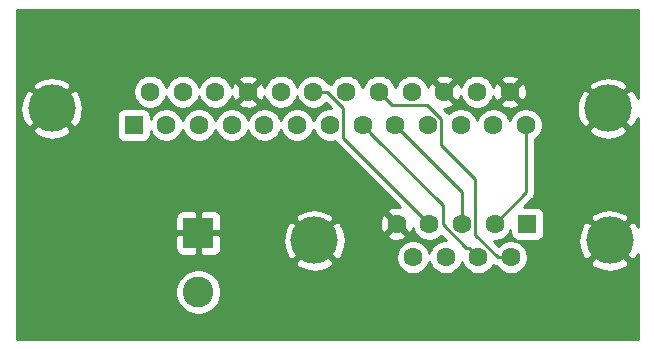
<source format=gbr>
G04 #@! TF.GenerationSoftware,KiCad,Pcbnew,5.1.5-52549c5~84~ubuntu18.04.1*
G04 #@! TF.CreationDate,2020-02-12T19:06:33-05:00*
G04 #@! TF.ProjectId,a3la_db25_to_db9,61336c61-5f64-4623-9235-5f746f5f6462,1*
G04 #@! TF.SameCoordinates,Original*
G04 #@! TF.FileFunction,Copper,L2,Bot*
G04 #@! TF.FilePolarity,Positive*
%FSLAX46Y46*%
G04 Gerber Fmt 4.6, Leading zero omitted, Abs format (unit mm)*
G04 Created by KiCad (PCBNEW 5.1.5-52549c5~84~ubuntu18.04.1) date 2020-02-12 19:06:33*
%MOMM*%
%LPD*%
G04 APERTURE LIST*
%ADD10R,2.600000X2.600000*%
%ADD11C,2.600000*%
%ADD12R,1.600000X1.600000*%
%ADD13C,1.600000*%
%ADD14C,4.000000*%
%ADD15C,0.250000*%
%ADD16C,0.254000*%
G04 APERTURE END LIST*
D10*
X122428000Y-87630000D03*
D11*
X122428000Y-92630000D03*
D12*
X150293988Y-86846526D03*
D13*
X147523988Y-86846526D03*
X144753988Y-86846526D03*
X141983988Y-86846526D03*
X139213988Y-86846526D03*
X148908988Y-89686526D03*
X146138988Y-89686526D03*
X143368988Y-89686526D03*
X140598988Y-89686526D03*
D14*
X132253988Y-88266526D03*
X157253988Y-88266526D03*
D12*
X116945322Y-78496860D03*
D13*
X119715322Y-78496860D03*
X122485322Y-78496860D03*
X125255322Y-78496860D03*
X128025322Y-78496860D03*
X130795322Y-78496860D03*
X133565322Y-78496860D03*
X136335322Y-78496860D03*
X139105322Y-78496860D03*
X141875322Y-78496860D03*
X144645322Y-78496860D03*
X147415322Y-78496860D03*
X150185322Y-78496860D03*
X118330322Y-75656860D03*
X121100322Y-75656860D03*
X123870322Y-75656860D03*
X126640322Y-75656860D03*
X129410322Y-75656860D03*
X132180322Y-75656860D03*
X134950322Y-75656860D03*
X137720322Y-75656860D03*
X140490322Y-75656860D03*
X143260322Y-75656860D03*
X146030322Y-75656860D03*
X148800322Y-75656860D03*
D14*
X157115322Y-77076860D03*
X110015322Y-77076860D03*
D15*
X150185322Y-84185192D02*
X147523988Y-86846526D01*
X150185322Y-78496860D02*
X150185322Y-84185192D01*
X144753988Y-84145526D02*
X139105322Y-78496860D01*
X144753988Y-86846526D02*
X144753988Y-84145526D01*
X133311692Y-75656860D02*
X132180322Y-75656860D01*
X134690323Y-77035491D02*
X133311692Y-75656860D01*
X141983988Y-86846526D02*
X134690323Y-79552861D01*
X134690323Y-79552861D02*
X134690323Y-77035491D01*
X138845323Y-76781861D02*
X138520321Y-76456859D01*
X141825325Y-76781861D02*
X138845323Y-76781861D01*
X143000323Y-77956859D02*
X141825325Y-76781861D01*
X145878989Y-83085527D02*
X143000323Y-80206861D01*
X138520321Y-76456859D02*
X137720322Y-75656860D01*
X143000323Y-80206861D02*
X143000323Y-77956859D01*
X145878989Y-87787897D02*
X145878989Y-83085527D01*
X147777618Y-89686526D02*
X145878989Y-87787897D01*
X148908988Y-89686526D02*
X147777618Y-89686526D01*
X143108989Y-85270527D02*
X137135321Y-79296859D01*
X137135321Y-79296859D02*
X136335322Y-78496860D01*
X143108989Y-86866529D02*
X143108989Y-85270527D01*
X145128987Y-88886527D02*
X143108989Y-86866529D01*
X145338989Y-88886527D02*
X145128987Y-88886527D01*
X146138988Y-89686526D02*
X145338989Y-88886527D01*
D16*
G36*
X159614000Y-76238569D02*
G01*
X159552601Y-76042334D01*
X159329580Y-75625088D01*
X158962821Y-75408966D01*
X157294927Y-77076860D01*
X158962821Y-78744754D01*
X159329580Y-78528632D01*
X159570260Y-78068755D01*
X159614000Y-77919904D01*
X159614001Y-87087444D01*
X159468246Y-86814754D01*
X159101487Y-86598632D01*
X157433593Y-88266526D01*
X159101487Y-89934420D01*
X159468246Y-89718298D01*
X159614001Y-89439799D01*
X159614001Y-96622000D01*
X107086000Y-96622000D01*
X107086000Y-92439419D01*
X120493000Y-92439419D01*
X120493000Y-92820581D01*
X120567361Y-93194419D01*
X120713225Y-93546566D01*
X120924987Y-93863491D01*
X121194509Y-94133013D01*
X121511434Y-94344775D01*
X121863581Y-94490639D01*
X122237419Y-94565000D01*
X122618581Y-94565000D01*
X122992419Y-94490639D01*
X123344566Y-94344775D01*
X123661491Y-94133013D01*
X123931013Y-93863491D01*
X124142775Y-93546566D01*
X124288639Y-93194419D01*
X124363000Y-92820581D01*
X124363000Y-92439419D01*
X124288639Y-92065581D01*
X124142775Y-91713434D01*
X123931013Y-91396509D01*
X123661491Y-91126987D01*
X123344566Y-90915225D01*
X122992419Y-90769361D01*
X122618581Y-90695000D01*
X122237419Y-90695000D01*
X121863581Y-90769361D01*
X121511434Y-90915225D01*
X121194509Y-91126987D01*
X120924987Y-91396509D01*
X120713225Y-91713434D01*
X120567361Y-92065581D01*
X120493000Y-92439419D01*
X107086000Y-92439419D01*
X107086000Y-90114025D01*
X130586094Y-90114025D01*
X130802216Y-90480784D01*
X131262093Y-90721464D01*
X131760086Y-90867801D01*
X132277059Y-90914174D01*
X132793147Y-90858799D01*
X133288514Y-90703805D01*
X133705760Y-90480784D01*
X133921882Y-90114025D01*
X132253988Y-88446131D01*
X130586094Y-90114025D01*
X107086000Y-90114025D01*
X107086000Y-88930000D01*
X120489928Y-88930000D01*
X120502188Y-89054482D01*
X120538498Y-89174180D01*
X120597463Y-89284494D01*
X120676815Y-89381185D01*
X120773506Y-89460537D01*
X120883820Y-89519502D01*
X121003518Y-89555812D01*
X121128000Y-89568072D01*
X122142250Y-89565000D01*
X122301000Y-89406250D01*
X122301000Y-87757000D01*
X122555000Y-87757000D01*
X122555000Y-89406250D01*
X122713750Y-89565000D01*
X123728000Y-89568072D01*
X123852482Y-89555812D01*
X123972180Y-89519502D01*
X124082494Y-89460537D01*
X124179185Y-89381185D01*
X124258537Y-89284494D01*
X124317502Y-89174180D01*
X124353812Y-89054482D01*
X124366072Y-88930000D01*
X124364133Y-88289597D01*
X129606340Y-88289597D01*
X129661715Y-88805685D01*
X129816709Y-89301052D01*
X130039730Y-89718298D01*
X130406489Y-89934420D01*
X132074383Y-88266526D01*
X132433593Y-88266526D01*
X134101487Y-89934420D01*
X134468246Y-89718298D01*
X134708926Y-89258421D01*
X134855263Y-88760428D01*
X134901636Y-88243455D01*
X134858264Y-87839228D01*
X138400891Y-87839228D01*
X138472474Y-88083197D01*
X138727984Y-88204097D01*
X139002172Y-88272826D01*
X139284500Y-88286743D01*
X139564118Y-88245313D01*
X139830280Y-88150129D01*
X139955502Y-88083197D01*
X140027085Y-87839228D01*
X139213988Y-87026131D01*
X138400891Y-87839228D01*
X134858264Y-87839228D01*
X134846261Y-87727367D01*
X134691267Y-87232000D01*
X134522918Y-86917038D01*
X137773771Y-86917038D01*
X137815201Y-87196656D01*
X137910385Y-87462818D01*
X137977317Y-87588040D01*
X138221286Y-87659623D01*
X139034383Y-86846526D01*
X138221286Y-86033429D01*
X137977317Y-86105012D01*
X137856417Y-86360522D01*
X137787688Y-86634710D01*
X137773771Y-86917038D01*
X134522918Y-86917038D01*
X134468246Y-86814754D01*
X134101487Y-86598632D01*
X132433593Y-88266526D01*
X132074383Y-88266526D01*
X130406489Y-86598632D01*
X130039730Y-86814754D01*
X129799050Y-87274631D01*
X129652713Y-87772624D01*
X129606340Y-88289597D01*
X124364133Y-88289597D01*
X124363000Y-87915750D01*
X124204250Y-87757000D01*
X122555000Y-87757000D01*
X122301000Y-87757000D01*
X120651750Y-87757000D01*
X120493000Y-87915750D01*
X120489928Y-88930000D01*
X107086000Y-88930000D01*
X107086000Y-86330000D01*
X120489928Y-86330000D01*
X120493000Y-87344250D01*
X120651750Y-87503000D01*
X122301000Y-87503000D01*
X122301000Y-85853750D01*
X122555000Y-85853750D01*
X122555000Y-87503000D01*
X124204250Y-87503000D01*
X124363000Y-87344250D01*
X124365802Y-86419027D01*
X130586094Y-86419027D01*
X132253988Y-88086921D01*
X133921882Y-86419027D01*
X133705760Y-86052268D01*
X133245883Y-85811588D01*
X132747890Y-85665251D01*
X132230917Y-85618878D01*
X131714829Y-85674253D01*
X131219462Y-85829247D01*
X130802216Y-86052268D01*
X130586094Y-86419027D01*
X124365802Y-86419027D01*
X124366072Y-86330000D01*
X124353812Y-86205518D01*
X124317502Y-86085820D01*
X124258537Y-85975506D01*
X124179185Y-85878815D01*
X124082494Y-85799463D01*
X123972180Y-85740498D01*
X123852482Y-85704188D01*
X123728000Y-85691928D01*
X122713750Y-85695000D01*
X122555000Y-85853750D01*
X122301000Y-85853750D01*
X122142250Y-85695000D01*
X121128000Y-85691928D01*
X121003518Y-85704188D01*
X120883820Y-85740498D01*
X120773506Y-85799463D01*
X120676815Y-85878815D01*
X120597463Y-85975506D01*
X120538498Y-86085820D01*
X120502188Y-86205518D01*
X120489928Y-86330000D01*
X107086000Y-86330000D01*
X107086000Y-78924359D01*
X108347428Y-78924359D01*
X108563550Y-79291118D01*
X109023427Y-79531798D01*
X109521420Y-79678135D01*
X110038393Y-79724508D01*
X110554481Y-79669133D01*
X111049848Y-79514139D01*
X111467094Y-79291118D01*
X111683216Y-78924359D01*
X110015322Y-77256465D01*
X108347428Y-78924359D01*
X107086000Y-78924359D01*
X107086000Y-77099931D01*
X107367674Y-77099931D01*
X107423049Y-77616019D01*
X107578043Y-78111386D01*
X107801064Y-78528632D01*
X108167823Y-78744754D01*
X109835717Y-77076860D01*
X110194927Y-77076860D01*
X111862821Y-78744754D01*
X112229580Y-78528632D01*
X112470260Y-78068755D01*
X112579542Y-77696860D01*
X115507250Y-77696860D01*
X115507250Y-79296860D01*
X115519510Y-79421342D01*
X115555820Y-79541040D01*
X115614785Y-79651354D01*
X115694137Y-79748045D01*
X115790828Y-79827397D01*
X115901142Y-79886362D01*
X116020840Y-79922672D01*
X116145322Y-79934932D01*
X117745322Y-79934932D01*
X117869804Y-79922672D01*
X117989502Y-79886362D01*
X118099816Y-79827397D01*
X118196507Y-79748045D01*
X118275859Y-79651354D01*
X118334824Y-79541040D01*
X118371134Y-79421342D01*
X118383394Y-79296860D01*
X118383394Y-79031135D01*
X118443642Y-79176587D01*
X118600685Y-79411619D01*
X118800563Y-79611497D01*
X119035595Y-79768540D01*
X119296748Y-79876713D01*
X119573987Y-79931860D01*
X119856657Y-79931860D01*
X120133896Y-79876713D01*
X120395049Y-79768540D01*
X120630081Y-79611497D01*
X120829959Y-79411619D01*
X120987002Y-79176587D01*
X121095175Y-78915434D01*
X121100322Y-78889559D01*
X121105469Y-78915434D01*
X121213642Y-79176587D01*
X121370685Y-79411619D01*
X121570563Y-79611497D01*
X121805595Y-79768540D01*
X122066748Y-79876713D01*
X122343987Y-79931860D01*
X122626657Y-79931860D01*
X122903896Y-79876713D01*
X123165049Y-79768540D01*
X123400081Y-79611497D01*
X123599959Y-79411619D01*
X123757002Y-79176587D01*
X123865175Y-78915434D01*
X123870322Y-78889559D01*
X123875469Y-78915434D01*
X123983642Y-79176587D01*
X124140685Y-79411619D01*
X124340563Y-79611497D01*
X124575595Y-79768540D01*
X124836748Y-79876713D01*
X125113987Y-79931860D01*
X125396657Y-79931860D01*
X125673896Y-79876713D01*
X125935049Y-79768540D01*
X126170081Y-79611497D01*
X126369959Y-79411619D01*
X126527002Y-79176587D01*
X126635175Y-78915434D01*
X126640322Y-78889559D01*
X126645469Y-78915434D01*
X126753642Y-79176587D01*
X126910685Y-79411619D01*
X127110563Y-79611497D01*
X127345595Y-79768540D01*
X127606748Y-79876713D01*
X127883987Y-79931860D01*
X128166657Y-79931860D01*
X128443896Y-79876713D01*
X128705049Y-79768540D01*
X128940081Y-79611497D01*
X129139959Y-79411619D01*
X129297002Y-79176587D01*
X129405175Y-78915434D01*
X129410322Y-78889559D01*
X129415469Y-78915434D01*
X129523642Y-79176587D01*
X129680685Y-79411619D01*
X129880563Y-79611497D01*
X130115595Y-79768540D01*
X130376748Y-79876713D01*
X130653987Y-79931860D01*
X130936657Y-79931860D01*
X131213896Y-79876713D01*
X131475049Y-79768540D01*
X131710081Y-79611497D01*
X131909959Y-79411619D01*
X132067002Y-79176587D01*
X132175175Y-78915434D01*
X132180322Y-78889559D01*
X132185469Y-78915434D01*
X132293642Y-79176587D01*
X132450685Y-79411619D01*
X132650563Y-79611497D01*
X132885595Y-79768540D01*
X133146748Y-79876713D01*
X133423987Y-79931860D01*
X133706657Y-79931860D01*
X133983896Y-79876713D01*
X133998449Y-79870685D01*
X134055349Y-79977137D01*
X134095194Y-80025687D01*
X134150322Y-80092862D01*
X134179326Y-80116665D01*
X139501981Y-85439321D01*
X139425804Y-85420226D01*
X139143476Y-85406309D01*
X138863858Y-85447739D01*
X138597696Y-85542923D01*
X138472474Y-85609855D01*
X138400891Y-85853824D01*
X139213988Y-86666921D01*
X139228131Y-86652779D01*
X139407736Y-86832384D01*
X139393593Y-86846526D01*
X140206690Y-87659623D01*
X140450659Y-87588040D01*
X140571559Y-87332530D01*
X140597200Y-87230237D01*
X140604135Y-87265100D01*
X140712308Y-87526253D01*
X140869351Y-87761285D01*
X141069229Y-87961163D01*
X141304261Y-88118206D01*
X141565414Y-88226379D01*
X141842653Y-88281526D01*
X142125323Y-88281526D01*
X142402562Y-88226379D01*
X142663715Y-88118206D01*
X142898747Y-87961163D01*
X143013784Y-87846126D01*
X143419185Y-88251526D01*
X143227653Y-88251526D01*
X142950414Y-88306673D01*
X142689261Y-88414846D01*
X142454229Y-88571889D01*
X142254351Y-88771767D01*
X142097308Y-89006799D01*
X141989135Y-89267952D01*
X141983988Y-89293827D01*
X141978841Y-89267952D01*
X141870668Y-89006799D01*
X141713625Y-88771767D01*
X141513747Y-88571889D01*
X141278715Y-88414846D01*
X141017562Y-88306673D01*
X140740323Y-88251526D01*
X140457653Y-88251526D01*
X140180414Y-88306673D01*
X139919261Y-88414846D01*
X139684229Y-88571889D01*
X139484351Y-88771767D01*
X139327308Y-89006799D01*
X139219135Y-89267952D01*
X139163988Y-89545191D01*
X139163988Y-89827861D01*
X139219135Y-90105100D01*
X139327308Y-90366253D01*
X139484351Y-90601285D01*
X139684229Y-90801163D01*
X139919261Y-90958206D01*
X140180414Y-91066379D01*
X140457653Y-91121526D01*
X140740323Y-91121526D01*
X141017562Y-91066379D01*
X141278715Y-90958206D01*
X141513747Y-90801163D01*
X141713625Y-90601285D01*
X141870668Y-90366253D01*
X141978841Y-90105100D01*
X141983988Y-90079225D01*
X141989135Y-90105100D01*
X142097308Y-90366253D01*
X142254351Y-90601285D01*
X142454229Y-90801163D01*
X142689261Y-90958206D01*
X142950414Y-91066379D01*
X143227653Y-91121526D01*
X143510323Y-91121526D01*
X143787562Y-91066379D01*
X144048715Y-90958206D01*
X144283747Y-90801163D01*
X144483625Y-90601285D01*
X144640668Y-90366253D01*
X144748841Y-90105100D01*
X144753988Y-90079225D01*
X144759135Y-90105100D01*
X144867308Y-90366253D01*
X145024351Y-90601285D01*
X145224229Y-90801163D01*
X145459261Y-90958206D01*
X145720414Y-91066379D01*
X145997653Y-91121526D01*
X146280323Y-91121526D01*
X146557562Y-91066379D01*
X146818715Y-90958206D01*
X147053747Y-90801163D01*
X147253625Y-90601285D01*
X147410668Y-90366253D01*
X147415453Y-90354700D01*
X147485369Y-90392071D01*
X147485371Y-90392072D01*
X147628632Y-90435529D01*
X147687469Y-90441324D01*
X147794351Y-90601285D01*
X147994229Y-90801163D01*
X148229261Y-90958206D01*
X148490414Y-91066379D01*
X148767653Y-91121526D01*
X149050323Y-91121526D01*
X149327562Y-91066379D01*
X149588715Y-90958206D01*
X149823747Y-90801163D01*
X150023625Y-90601285D01*
X150180668Y-90366253D01*
X150285144Y-90114025D01*
X155586094Y-90114025D01*
X155802216Y-90480784D01*
X156262093Y-90721464D01*
X156760086Y-90867801D01*
X157277059Y-90914174D01*
X157793147Y-90858799D01*
X158288514Y-90703805D01*
X158705760Y-90480784D01*
X158921882Y-90114025D01*
X157253988Y-88446131D01*
X155586094Y-90114025D01*
X150285144Y-90114025D01*
X150288841Y-90105100D01*
X150343988Y-89827861D01*
X150343988Y-89545191D01*
X150288841Y-89267952D01*
X150180668Y-89006799D01*
X150023625Y-88771767D01*
X149823747Y-88571889D01*
X149588715Y-88414846D01*
X149327562Y-88306673D01*
X149241717Y-88289597D01*
X154606340Y-88289597D01*
X154661715Y-88805685D01*
X154816709Y-89301052D01*
X155039730Y-89718298D01*
X155406489Y-89934420D01*
X157074383Y-88266526D01*
X155406489Y-86598632D01*
X155039730Y-86814754D01*
X154799050Y-87274631D01*
X154652713Y-87772624D01*
X154606340Y-88289597D01*
X149241717Y-88289597D01*
X149050323Y-88251526D01*
X148767653Y-88251526D01*
X148490414Y-88306673D01*
X148229261Y-88414846D01*
X147994229Y-88571889D01*
X147866006Y-88700112D01*
X147447420Y-88281526D01*
X147665323Y-88281526D01*
X147942562Y-88226379D01*
X148203715Y-88118206D01*
X148438747Y-87961163D01*
X148638625Y-87761285D01*
X148795668Y-87526253D01*
X148855916Y-87380801D01*
X148855916Y-87646526D01*
X148868176Y-87771008D01*
X148904486Y-87890706D01*
X148963451Y-88001020D01*
X149042803Y-88097711D01*
X149139494Y-88177063D01*
X149249808Y-88236028D01*
X149369506Y-88272338D01*
X149493988Y-88284598D01*
X151093988Y-88284598D01*
X151218470Y-88272338D01*
X151338168Y-88236028D01*
X151448482Y-88177063D01*
X151545173Y-88097711D01*
X151624525Y-88001020D01*
X151683490Y-87890706D01*
X151719800Y-87771008D01*
X151732060Y-87646526D01*
X151732060Y-86419027D01*
X155586094Y-86419027D01*
X157253988Y-88086921D01*
X158921882Y-86419027D01*
X158705760Y-86052268D01*
X158245883Y-85811588D01*
X157747890Y-85665251D01*
X157230917Y-85618878D01*
X156714829Y-85674253D01*
X156219462Y-85829247D01*
X155802216Y-86052268D01*
X155586094Y-86419027D01*
X151732060Y-86419027D01*
X151732060Y-86046526D01*
X151719800Y-85922044D01*
X151683490Y-85802346D01*
X151624525Y-85692032D01*
X151545173Y-85595341D01*
X151448482Y-85515989D01*
X151338168Y-85457024D01*
X151218470Y-85420714D01*
X151093988Y-85408454D01*
X150036862Y-85408454D01*
X150696325Y-84748991D01*
X150725323Y-84725193D01*
X150820296Y-84609468D01*
X150890868Y-84477439D01*
X150934325Y-84334178D01*
X150945322Y-84222525D01*
X150945322Y-84222517D01*
X150948998Y-84185192D01*
X150945322Y-84147867D01*
X150945322Y-79714903D01*
X151100081Y-79611497D01*
X151299959Y-79411619D01*
X151457002Y-79176587D01*
X151561478Y-78924359D01*
X155447428Y-78924359D01*
X155663550Y-79291118D01*
X156123427Y-79531798D01*
X156621420Y-79678135D01*
X157138393Y-79724508D01*
X157654481Y-79669133D01*
X158149848Y-79514139D01*
X158567094Y-79291118D01*
X158783216Y-78924359D01*
X157115322Y-77256465D01*
X155447428Y-78924359D01*
X151561478Y-78924359D01*
X151565175Y-78915434D01*
X151620322Y-78638195D01*
X151620322Y-78355525D01*
X151565175Y-78078286D01*
X151457002Y-77817133D01*
X151299959Y-77582101D01*
X151100081Y-77382223D01*
X150865049Y-77225180D01*
X150603896Y-77117007D01*
X150518051Y-77099931D01*
X154467674Y-77099931D01*
X154523049Y-77616019D01*
X154678043Y-78111386D01*
X154901064Y-78528632D01*
X155267823Y-78744754D01*
X156935717Y-77076860D01*
X155267823Y-75408966D01*
X154901064Y-75625088D01*
X154660384Y-76084965D01*
X154514047Y-76582958D01*
X154467674Y-77099931D01*
X150518051Y-77099931D01*
X150326657Y-77061860D01*
X150043987Y-77061860D01*
X149766748Y-77117007D01*
X149505595Y-77225180D01*
X149270563Y-77382223D01*
X149070685Y-77582101D01*
X148913642Y-77817133D01*
X148805469Y-78078286D01*
X148800322Y-78104161D01*
X148795175Y-78078286D01*
X148687002Y-77817133D01*
X148529959Y-77582101D01*
X148330081Y-77382223D01*
X148095049Y-77225180D01*
X147833896Y-77117007D01*
X147556657Y-77061860D01*
X147273987Y-77061860D01*
X146996748Y-77117007D01*
X146735595Y-77225180D01*
X146500563Y-77382223D01*
X146300685Y-77582101D01*
X146143642Y-77817133D01*
X146035469Y-78078286D01*
X146030322Y-78104161D01*
X146025175Y-78078286D01*
X145917002Y-77817133D01*
X145759959Y-77582101D01*
X145560081Y-77382223D01*
X145325049Y-77225180D01*
X145063896Y-77117007D01*
X144786657Y-77061860D01*
X144503987Y-77061860D01*
X144226748Y-77117007D01*
X143965595Y-77225180D01*
X143730563Y-77382223D01*
X143610463Y-77502323D01*
X143564122Y-77445856D01*
X143540324Y-77416858D01*
X143511326Y-77393060D01*
X143209355Y-77091089D01*
X143330834Y-77097077D01*
X143610452Y-77055647D01*
X143876614Y-76960463D01*
X144001836Y-76893531D01*
X144073419Y-76649562D01*
X143260322Y-75836465D01*
X143246180Y-75850608D01*
X143066575Y-75671003D01*
X143080717Y-75656860D01*
X143439927Y-75656860D01*
X144253024Y-76469957D01*
X144496993Y-76398374D01*
X144617893Y-76142864D01*
X144643534Y-76040571D01*
X144650469Y-76075434D01*
X144758642Y-76336587D01*
X144915685Y-76571619D01*
X145115563Y-76771497D01*
X145350595Y-76928540D01*
X145611748Y-77036713D01*
X145888987Y-77091860D01*
X146171657Y-77091860D01*
X146448896Y-77036713D01*
X146710049Y-76928540D01*
X146945081Y-76771497D01*
X147067016Y-76649562D01*
X147987225Y-76649562D01*
X148058808Y-76893531D01*
X148314318Y-77014431D01*
X148588506Y-77083160D01*
X148870834Y-77097077D01*
X149150452Y-77055647D01*
X149416614Y-76960463D01*
X149541836Y-76893531D01*
X149613419Y-76649562D01*
X148800322Y-75836465D01*
X147987225Y-76649562D01*
X147067016Y-76649562D01*
X147144959Y-76571619D01*
X147302002Y-76336587D01*
X147410175Y-76075434D01*
X147415835Y-76046978D01*
X147496719Y-76273152D01*
X147563651Y-76398374D01*
X147807620Y-76469957D01*
X148620717Y-75656860D01*
X148979927Y-75656860D01*
X149793024Y-76469957D01*
X150036993Y-76398374D01*
X150157893Y-76142864D01*
X150226622Y-75868676D01*
X150240539Y-75586348D01*
X150199109Y-75306730D01*
X150171441Y-75229361D01*
X155447428Y-75229361D01*
X157115322Y-76897255D01*
X158783216Y-75229361D01*
X158567094Y-74862602D01*
X158107217Y-74621922D01*
X157609224Y-74475585D01*
X157092251Y-74429212D01*
X156576163Y-74484587D01*
X156080796Y-74639581D01*
X155663550Y-74862602D01*
X155447428Y-75229361D01*
X150171441Y-75229361D01*
X150103925Y-75040568D01*
X150036993Y-74915346D01*
X149793024Y-74843763D01*
X148979927Y-75656860D01*
X148620717Y-75656860D01*
X147807620Y-74843763D01*
X147563651Y-74915346D01*
X147442751Y-75170856D01*
X147417110Y-75273149D01*
X147410175Y-75238286D01*
X147302002Y-74977133D01*
X147144959Y-74742101D01*
X147067016Y-74664158D01*
X147987225Y-74664158D01*
X148800322Y-75477255D01*
X149613419Y-74664158D01*
X149541836Y-74420189D01*
X149286326Y-74299289D01*
X149012138Y-74230560D01*
X148729810Y-74216643D01*
X148450192Y-74258073D01*
X148184030Y-74353257D01*
X148058808Y-74420189D01*
X147987225Y-74664158D01*
X147067016Y-74664158D01*
X146945081Y-74542223D01*
X146710049Y-74385180D01*
X146448896Y-74277007D01*
X146171657Y-74221860D01*
X145888987Y-74221860D01*
X145611748Y-74277007D01*
X145350595Y-74385180D01*
X145115563Y-74542223D01*
X144915685Y-74742101D01*
X144758642Y-74977133D01*
X144650469Y-75238286D01*
X144644809Y-75266742D01*
X144563925Y-75040568D01*
X144496993Y-74915346D01*
X144253024Y-74843763D01*
X143439927Y-75656860D01*
X143080717Y-75656860D01*
X142267620Y-74843763D01*
X142023651Y-74915346D01*
X141902751Y-75170856D01*
X141877110Y-75273149D01*
X141870175Y-75238286D01*
X141762002Y-74977133D01*
X141604959Y-74742101D01*
X141527016Y-74664158D01*
X142447225Y-74664158D01*
X143260322Y-75477255D01*
X144073419Y-74664158D01*
X144001836Y-74420189D01*
X143746326Y-74299289D01*
X143472138Y-74230560D01*
X143189810Y-74216643D01*
X142910192Y-74258073D01*
X142644030Y-74353257D01*
X142518808Y-74420189D01*
X142447225Y-74664158D01*
X141527016Y-74664158D01*
X141405081Y-74542223D01*
X141170049Y-74385180D01*
X140908896Y-74277007D01*
X140631657Y-74221860D01*
X140348987Y-74221860D01*
X140071748Y-74277007D01*
X139810595Y-74385180D01*
X139575563Y-74542223D01*
X139375685Y-74742101D01*
X139218642Y-74977133D01*
X139110469Y-75238286D01*
X139105322Y-75264161D01*
X139100175Y-75238286D01*
X138992002Y-74977133D01*
X138834959Y-74742101D01*
X138635081Y-74542223D01*
X138400049Y-74385180D01*
X138138896Y-74277007D01*
X137861657Y-74221860D01*
X137578987Y-74221860D01*
X137301748Y-74277007D01*
X137040595Y-74385180D01*
X136805563Y-74542223D01*
X136605685Y-74742101D01*
X136448642Y-74977133D01*
X136340469Y-75238286D01*
X136335322Y-75264161D01*
X136330175Y-75238286D01*
X136222002Y-74977133D01*
X136064959Y-74742101D01*
X135865081Y-74542223D01*
X135630049Y-74385180D01*
X135368896Y-74277007D01*
X135091657Y-74221860D01*
X134808987Y-74221860D01*
X134531748Y-74277007D01*
X134270595Y-74385180D01*
X134035563Y-74542223D01*
X133835685Y-74742101D01*
X133678642Y-74977133D01*
X133673857Y-74988686D01*
X133603939Y-74951314D01*
X133460678Y-74907857D01*
X133401841Y-74902062D01*
X133294959Y-74742101D01*
X133095081Y-74542223D01*
X132860049Y-74385180D01*
X132598896Y-74277007D01*
X132321657Y-74221860D01*
X132038987Y-74221860D01*
X131761748Y-74277007D01*
X131500595Y-74385180D01*
X131265563Y-74542223D01*
X131065685Y-74742101D01*
X130908642Y-74977133D01*
X130800469Y-75238286D01*
X130795322Y-75264161D01*
X130790175Y-75238286D01*
X130682002Y-74977133D01*
X130524959Y-74742101D01*
X130325081Y-74542223D01*
X130090049Y-74385180D01*
X129828896Y-74277007D01*
X129551657Y-74221860D01*
X129268987Y-74221860D01*
X128991748Y-74277007D01*
X128730595Y-74385180D01*
X128495563Y-74542223D01*
X128295685Y-74742101D01*
X128138642Y-74977133D01*
X128030469Y-75238286D01*
X128024809Y-75266742D01*
X127943925Y-75040568D01*
X127876993Y-74915346D01*
X127633024Y-74843763D01*
X126819927Y-75656860D01*
X127633024Y-76469957D01*
X127876993Y-76398374D01*
X127997893Y-76142864D01*
X128023534Y-76040571D01*
X128030469Y-76075434D01*
X128138642Y-76336587D01*
X128295685Y-76571619D01*
X128495563Y-76771497D01*
X128730595Y-76928540D01*
X128991748Y-77036713D01*
X129268987Y-77091860D01*
X129551657Y-77091860D01*
X129828896Y-77036713D01*
X130090049Y-76928540D01*
X130325081Y-76771497D01*
X130524959Y-76571619D01*
X130682002Y-76336587D01*
X130790175Y-76075434D01*
X130795322Y-76049559D01*
X130800469Y-76075434D01*
X130908642Y-76336587D01*
X131065685Y-76571619D01*
X131265563Y-76771497D01*
X131500595Y-76928540D01*
X131761748Y-77036713D01*
X132038987Y-77091860D01*
X132321657Y-77091860D01*
X132598896Y-77036713D01*
X132860049Y-76928540D01*
X133095081Y-76771497D01*
X133223304Y-76643274D01*
X133641890Y-77061860D01*
X133423987Y-77061860D01*
X133146748Y-77117007D01*
X132885595Y-77225180D01*
X132650563Y-77382223D01*
X132450685Y-77582101D01*
X132293642Y-77817133D01*
X132185469Y-78078286D01*
X132180322Y-78104161D01*
X132175175Y-78078286D01*
X132067002Y-77817133D01*
X131909959Y-77582101D01*
X131710081Y-77382223D01*
X131475049Y-77225180D01*
X131213896Y-77117007D01*
X130936657Y-77061860D01*
X130653987Y-77061860D01*
X130376748Y-77117007D01*
X130115595Y-77225180D01*
X129880563Y-77382223D01*
X129680685Y-77582101D01*
X129523642Y-77817133D01*
X129415469Y-78078286D01*
X129410322Y-78104161D01*
X129405175Y-78078286D01*
X129297002Y-77817133D01*
X129139959Y-77582101D01*
X128940081Y-77382223D01*
X128705049Y-77225180D01*
X128443896Y-77117007D01*
X128166657Y-77061860D01*
X127883987Y-77061860D01*
X127606748Y-77117007D01*
X127345595Y-77225180D01*
X127110563Y-77382223D01*
X126910685Y-77582101D01*
X126753642Y-77817133D01*
X126645469Y-78078286D01*
X126640322Y-78104161D01*
X126635175Y-78078286D01*
X126527002Y-77817133D01*
X126369959Y-77582101D01*
X126170081Y-77382223D01*
X125935049Y-77225180D01*
X125673896Y-77117007D01*
X125396657Y-77061860D01*
X125113987Y-77061860D01*
X124836748Y-77117007D01*
X124575595Y-77225180D01*
X124340563Y-77382223D01*
X124140685Y-77582101D01*
X123983642Y-77817133D01*
X123875469Y-78078286D01*
X123870322Y-78104161D01*
X123865175Y-78078286D01*
X123757002Y-77817133D01*
X123599959Y-77582101D01*
X123400081Y-77382223D01*
X123165049Y-77225180D01*
X122903896Y-77117007D01*
X122626657Y-77061860D01*
X122343987Y-77061860D01*
X122066748Y-77117007D01*
X121805595Y-77225180D01*
X121570563Y-77382223D01*
X121370685Y-77582101D01*
X121213642Y-77817133D01*
X121105469Y-78078286D01*
X121100322Y-78104161D01*
X121095175Y-78078286D01*
X120987002Y-77817133D01*
X120829959Y-77582101D01*
X120630081Y-77382223D01*
X120395049Y-77225180D01*
X120133896Y-77117007D01*
X119856657Y-77061860D01*
X119573987Y-77061860D01*
X119296748Y-77117007D01*
X119035595Y-77225180D01*
X118800563Y-77382223D01*
X118600685Y-77582101D01*
X118443642Y-77817133D01*
X118383394Y-77962585D01*
X118383394Y-77696860D01*
X118371134Y-77572378D01*
X118334824Y-77452680D01*
X118275859Y-77342366D01*
X118196507Y-77245675D01*
X118099816Y-77166323D01*
X117989502Y-77107358D01*
X117869804Y-77071048D01*
X117745322Y-77058788D01*
X116145322Y-77058788D01*
X116020840Y-77071048D01*
X115901142Y-77107358D01*
X115790828Y-77166323D01*
X115694137Y-77245675D01*
X115614785Y-77342366D01*
X115555820Y-77452680D01*
X115519510Y-77572378D01*
X115507250Y-77696860D01*
X112579542Y-77696860D01*
X112616597Y-77570762D01*
X112662970Y-77053789D01*
X112607595Y-76537701D01*
X112452601Y-76042334D01*
X112229580Y-75625088D01*
X112043652Y-75515525D01*
X116895322Y-75515525D01*
X116895322Y-75798195D01*
X116950469Y-76075434D01*
X117058642Y-76336587D01*
X117215685Y-76571619D01*
X117415563Y-76771497D01*
X117650595Y-76928540D01*
X117911748Y-77036713D01*
X118188987Y-77091860D01*
X118471657Y-77091860D01*
X118748896Y-77036713D01*
X119010049Y-76928540D01*
X119245081Y-76771497D01*
X119444959Y-76571619D01*
X119602002Y-76336587D01*
X119710175Y-76075434D01*
X119715322Y-76049559D01*
X119720469Y-76075434D01*
X119828642Y-76336587D01*
X119985685Y-76571619D01*
X120185563Y-76771497D01*
X120420595Y-76928540D01*
X120681748Y-77036713D01*
X120958987Y-77091860D01*
X121241657Y-77091860D01*
X121518896Y-77036713D01*
X121780049Y-76928540D01*
X122015081Y-76771497D01*
X122214959Y-76571619D01*
X122372002Y-76336587D01*
X122480175Y-76075434D01*
X122485322Y-76049559D01*
X122490469Y-76075434D01*
X122598642Y-76336587D01*
X122755685Y-76571619D01*
X122955563Y-76771497D01*
X123190595Y-76928540D01*
X123451748Y-77036713D01*
X123728987Y-77091860D01*
X124011657Y-77091860D01*
X124288896Y-77036713D01*
X124550049Y-76928540D01*
X124785081Y-76771497D01*
X124907016Y-76649562D01*
X125827225Y-76649562D01*
X125898808Y-76893531D01*
X126154318Y-77014431D01*
X126428506Y-77083160D01*
X126710834Y-77097077D01*
X126990452Y-77055647D01*
X127256614Y-76960463D01*
X127381836Y-76893531D01*
X127453419Y-76649562D01*
X126640322Y-75836465D01*
X125827225Y-76649562D01*
X124907016Y-76649562D01*
X124984959Y-76571619D01*
X125142002Y-76336587D01*
X125250175Y-76075434D01*
X125255835Y-76046978D01*
X125336719Y-76273152D01*
X125403651Y-76398374D01*
X125647620Y-76469957D01*
X126460717Y-75656860D01*
X125647620Y-74843763D01*
X125403651Y-74915346D01*
X125282751Y-75170856D01*
X125257110Y-75273149D01*
X125250175Y-75238286D01*
X125142002Y-74977133D01*
X124984959Y-74742101D01*
X124907016Y-74664158D01*
X125827225Y-74664158D01*
X126640322Y-75477255D01*
X127453419Y-74664158D01*
X127381836Y-74420189D01*
X127126326Y-74299289D01*
X126852138Y-74230560D01*
X126569810Y-74216643D01*
X126290192Y-74258073D01*
X126024030Y-74353257D01*
X125898808Y-74420189D01*
X125827225Y-74664158D01*
X124907016Y-74664158D01*
X124785081Y-74542223D01*
X124550049Y-74385180D01*
X124288896Y-74277007D01*
X124011657Y-74221860D01*
X123728987Y-74221860D01*
X123451748Y-74277007D01*
X123190595Y-74385180D01*
X122955563Y-74542223D01*
X122755685Y-74742101D01*
X122598642Y-74977133D01*
X122490469Y-75238286D01*
X122485322Y-75264161D01*
X122480175Y-75238286D01*
X122372002Y-74977133D01*
X122214959Y-74742101D01*
X122015081Y-74542223D01*
X121780049Y-74385180D01*
X121518896Y-74277007D01*
X121241657Y-74221860D01*
X120958987Y-74221860D01*
X120681748Y-74277007D01*
X120420595Y-74385180D01*
X120185563Y-74542223D01*
X119985685Y-74742101D01*
X119828642Y-74977133D01*
X119720469Y-75238286D01*
X119715322Y-75264161D01*
X119710175Y-75238286D01*
X119602002Y-74977133D01*
X119444959Y-74742101D01*
X119245081Y-74542223D01*
X119010049Y-74385180D01*
X118748896Y-74277007D01*
X118471657Y-74221860D01*
X118188987Y-74221860D01*
X117911748Y-74277007D01*
X117650595Y-74385180D01*
X117415563Y-74542223D01*
X117215685Y-74742101D01*
X117058642Y-74977133D01*
X116950469Y-75238286D01*
X116895322Y-75515525D01*
X112043652Y-75515525D01*
X111862821Y-75408966D01*
X110194927Y-77076860D01*
X109835717Y-77076860D01*
X108167823Y-75408966D01*
X107801064Y-75625088D01*
X107560384Y-76084965D01*
X107414047Y-76582958D01*
X107367674Y-77099931D01*
X107086000Y-77099931D01*
X107086000Y-75229361D01*
X108347428Y-75229361D01*
X110015322Y-76897255D01*
X111683216Y-75229361D01*
X111467094Y-74862602D01*
X111007217Y-74621922D01*
X110509224Y-74475585D01*
X109992251Y-74429212D01*
X109476163Y-74484587D01*
X108980796Y-74639581D01*
X108563550Y-74862602D01*
X108347428Y-75229361D01*
X107086000Y-75229361D01*
X107086000Y-68732000D01*
X159614000Y-68732000D01*
X159614000Y-76238569D01*
G37*
X159614000Y-76238569D02*
X159552601Y-76042334D01*
X159329580Y-75625088D01*
X158962821Y-75408966D01*
X157294927Y-77076860D01*
X158962821Y-78744754D01*
X159329580Y-78528632D01*
X159570260Y-78068755D01*
X159614000Y-77919904D01*
X159614001Y-87087444D01*
X159468246Y-86814754D01*
X159101487Y-86598632D01*
X157433593Y-88266526D01*
X159101487Y-89934420D01*
X159468246Y-89718298D01*
X159614001Y-89439799D01*
X159614001Y-96622000D01*
X107086000Y-96622000D01*
X107086000Y-92439419D01*
X120493000Y-92439419D01*
X120493000Y-92820581D01*
X120567361Y-93194419D01*
X120713225Y-93546566D01*
X120924987Y-93863491D01*
X121194509Y-94133013D01*
X121511434Y-94344775D01*
X121863581Y-94490639D01*
X122237419Y-94565000D01*
X122618581Y-94565000D01*
X122992419Y-94490639D01*
X123344566Y-94344775D01*
X123661491Y-94133013D01*
X123931013Y-93863491D01*
X124142775Y-93546566D01*
X124288639Y-93194419D01*
X124363000Y-92820581D01*
X124363000Y-92439419D01*
X124288639Y-92065581D01*
X124142775Y-91713434D01*
X123931013Y-91396509D01*
X123661491Y-91126987D01*
X123344566Y-90915225D01*
X122992419Y-90769361D01*
X122618581Y-90695000D01*
X122237419Y-90695000D01*
X121863581Y-90769361D01*
X121511434Y-90915225D01*
X121194509Y-91126987D01*
X120924987Y-91396509D01*
X120713225Y-91713434D01*
X120567361Y-92065581D01*
X120493000Y-92439419D01*
X107086000Y-92439419D01*
X107086000Y-90114025D01*
X130586094Y-90114025D01*
X130802216Y-90480784D01*
X131262093Y-90721464D01*
X131760086Y-90867801D01*
X132277059Y-90914174D01*
X132793147Y-90858799D01*
X133288514Y-90703805D01*
X133705760Y-90480784D01*
X133921882Y-90114025D01*
X132253988Y-88446131D01*
X130586094Y-90114025D01*
X107086000Y-90114025D01*
X107086000Y-88930000D01*
X120489928Y-88930000D01*
X120502188Y-89054482D01*
X120538498Y-89174180D01*
X120597463Y-89284494D01*
X120676815Y-89381185D01*
X120773506Y-89460537D01*
X120883820Y-89519502D01*
X121003518Y-89555812D01*
X121128000Y-89568072D01*
X122142250Y-89565000D01*
X122301000Y-89406250D01*
X122301000Y-87757000D01*
X122555000Y-87757000D01*
X122555000Y-89406250D01*
X122713750Y-89565000D01*
X123728000Y-89568072D01*
X123852482Y-89555812D01*
X123972180Y-89519502D01*
X124082494Y-89460537D01*
X124179185Y-89381185D01*
X124258537Y-89284494D01*
X124317502Y-89174180D01*
X124353812Y-89054482D01*
X124366072Y-88930000D01*
X124364133Y-88289597D01*
X129606340Y-88289597D01*
X129661715Y-88805685D01*
X129816709Y-89301052D01*
X130039730Y-89718298D01*
X130406489Y-89934420D01*
X132074383Y-88266526D01*
X132433593Y-88266526D01*
X134101487Y-89934420D01*
X134468246Y-89718298D01*
X134708926Y-89258421D01*
X134855263Y-88760428D01*
X134901636Y-88243455D01*
X134858264Y-87839228D01*
X138400891Y-87839228D01*
X138472474Y-88083197D01*
X138727984Y-88204097D01*
X139002172Y-88272826D01*
X139284500Y-88286743D01*
X139564118Y-88245313D01*
X139830280Y-88150129D01*
X139955502Y-88083197D01*
X140027085Y-87839228D01*
X139213988Y-87026131D01*
X138400891Y-87839228D01*
X134858264Y-87839228D01*
X134846261Y-87727367D01*
X134691267Y-87232000D01*
X134522918Y-86917038D01*
X137773771Y-86917038D01*
X137815201Y-87196656D01*
X137910385Y-87462818D01*
X137977317Y-87588040D01*
X138221286Y-87659623D01*
X139034383Y-86846526D01*
X138221286Y-86033429D01*
X137977317Y-86105012D01*
X137856417Y-86360522D01*
X137787688Y-86634710D01*
X137773771Y-86917038D01*
X134522918Y-86917038D01*
X134468246Y-86814754D01*
X134101487Y-86598632D01*
X132433593Y-88266526D01*
X132074383Y-88266526D01*
X130406489Y-86598632D01*
X130039730Y-86814754D01*
X129799050Y-87274631D01*
X129652713Y-87772624D01*
X129606340Y-88289597D01*
X124364133Y-88289597D01*
X124363000Y-87915750D01*
X124204250Y-87757000D01*
X122555000Y-87757000D01*
X122301000Y-87757000D01*
X120651750Y-87757000D01*
X120493000Y-87915750D01*
X120489928Y-88930000D01*
X107086000Y-88930000D01*
X107086000Y-86330000D01*
X120489928Y-86330000D01*
X120493000Y-87344250D01*
X120651750Y-87503000D01*
X122301000Y-87503000D01*
X122301000Y-85853750D01*
X122555000Y-85853750D01*
X122555000Y-87503000D01*
X124204250Y-87503000D01*
X124363000Y-87344250D01*
X124365802Y-86419027D01*
X130586094Y-86419027D01*
X132253988Y-88086921D01*
X133921882Y-86419027D01*
X133705760Y-86052268D01*
X133245883Y-85811588D01*
X132747890Y-85665251D01*
X132230917Y-85618878D01*
X131714829Y-85674253D01*
X131219462Y-85829247D01*
X130802216Y-86052268D01*
X130586094Y-86419027D01*
X124365802Y-86419027D01*
X124366072Y-86330000D01*
X124353812Y-86205518D01*
X124317502Y-86085820D01*
X124258537Y-85975506D01*
X124179185Y-85878815D01*
X124082494Y-85799463D01*
X123972180Y-85740498D01*
X123852482Y-85704188D01*
X123728000Y-85691928D01*
X122713750Y-85695000D01*
X122555000Y-85853750D01*
X122301000Y-85853750D01*
X122142250Y-85695000D01*
X121128000Y-85691928D01*
X121003518Y-85704188D01*
X120883820Y-85740498D01*
X120773506Y-85799463D01*
X120676815Y-85878815D01*
X120597463Y-85975506D01*
X120538498Y-86085820D01*
X120502188Y-86205518D01*
X120489928Y-86330000D01*
X107086000Y-86330000D01*
X107086000Y-78924359D01*
X108347428Y-78924359D01*
X108563550Y-79291118D01*
X109023427Y-79531798D01*
X109521420Y-79678135D01*
X110038393Y-79724508D01*
X110554481Y-79669133D01*
X111049848Y-79514139D01*
X111467094Y-79291118D01*
X111683216Y-78924359D01*
X110015322Y-77256465D01*
X108347428Y-78924359D01*
X107086000Y-78924359D01*
X107086000Y-77099931D01*
X107367674Y-77099931D01*
X107423049Y-77616019D01*
X107578043Y-78111386D01*
X107801064Y-78528632D01*
X108167823Y-78744754D01*
X109835717Y-77076860D01*
X110194927Y-77076860D01*
X111862821Y-78744754D01*
X112229580Y-78528632D01*
X112470260Y-78068755D01*
X112579542Y-77696860D01*
X115507250Y-77696860D01*
X115507250Y-79296860D01*
X115519510Y-79421342D01*
X115555820Y-79541040D01*
X115614785Y-79651354D01*
X115694137Y-79748045D01*
X115790828Y-79827397D01*
X115901142Y-79886362D01*
X116020840Y-79922672D01*
X116145322Y-79934932D01*
X117745322Y-79934932D01*
X117869804Y-79922672D01*
X117989502Y-79886362D01*
X118099816Y-79827397D01*
X118196507Y-79748045D01*
X118275859Y-79651354D01*
X118334824Y-79541040D01*
X118371134Y-79421342D01*
X118383394Y-79296860D01*
X118383394Y-79031135D01*
X118443642Y-79176587D01*
X118600685Y-79411619D01*
X118800563Y-79611497D01*
X119035595Y-79768540D01*
X119296748Y-79876713D01*
X119573987Y-79931860D01*
X119856657Y-79931860D01*
X120133896Y-79876713D01*
X120395049Y-79768540D01*
X120630081Y-79611497D01*
X120829959Y-79411619D01*
X120987002Y-79176587D01*
X121095175Y-78915434D01*
X121100322Y-78889559D01*
X121105469Y-78915434D01*
X121213642Y-79176587D01*
X121370685Y-79411619D01*
X121570563Y-79611497D01*
X121805595Y-79768540D01*
X122066748Y-79876713D01*
X122343987Y-79931860D01*
X122626657Y-79931860D01*
X122903896Y-79876713D01*
X123165049Y-79768540D01*
X123400081Y-79611497D01*
X123599959Y-79411619D01*
X123757002Y-79176587D01*
X123865175Y-78915434D01*
X123870322Y-78889559D01*
X123875469Y-78915434D01*
X123983642Y-79176587D01*
X124140685Y-79411619D01*
X124340563Y-79611497D01*
X124575595Y-79768540D01*
X124836748Y-79876713D01*
X125113987Y-79931860D01*
X125396657Y-79931860D01*
X125673896Y-79876713D01*
X125935049Y-79768540D01*
X126170081Y-79611497D01*
X126369959Y-79411619D01*
X126527002Y-79176587D01*
X126635175Y-78915434D01*
X126640322Y-78889559D01*
X126645469Y-78915434D01*
X126753642Y-79176587D01*
X126910685Y-79411619D01*
X127110563Y-79611497D01*
X127345595Y-79768540D01*
X127606748Y-79876713D01*
X127883987Y-79931860D01*
X128166657Y-79931860D01*
X128443896Y-79876713D01*
X128705049Y-79768540D01*
X128940081Y-79611497D01*
X129139959Y-79411619D01*
X129297002Y-79176587D01*
X129405175Y-78915434D01*
X129410322Y-78889559D01*
X129415469Y-78915434D01*
X129523642Y-79176587D01*
X129680685Y-79411619D01*
X129880563Y-79611497D01*
X130115595Y-79768540D01*
X130376748Y-79876713D01*
X130653987Y-79931860D01*
X130936657Y-79931860D01*
X131213896Y-79876713D01*
X131475049Y-79768540D01*
X131710081Y-79611497D01*
X131909959Y-79411619D01*
X132067002Y-79176587D01*
X132175175Y-78915434D01*
X132180322Y-78889559D01*
X132185469Y-78915434D01*
X132293642Y-79176587D01*
X132450685Y-79411619D01*
X132650563Y-79611497D01*
X132885595Y-79768540D01*
X133146748Y-79876713D01*
X133423987Y-79931860D01*
X133706657Y-79931860D01*
X133983896Y-79876713D01*
X133998449Y-79870685D01*
X134055349Y-79977137D01*
X134095194Y-80025687D01*
X134150322Y-80092862D01*
X134179326Y-80116665D01*
X139501981Y-85439321D01*
X139425804Y-85420226D01*
X139143476Y-85406309D01*
X138863858Y-85447739D01*
X138597696Y-85542923D01*
X138472474Y-85609855D01*
X138400891Y-85853824D01*
X139213988Y-86666921D01*
X139228131Y-86652779D01*
X139407736Y-86832384D01*
X139393593Y-86846526D01*
X140206690Y-87659623D01*
X140450659Y-87588040D01*
X140571559Y-87332530D01*
X140597200Y-87230237D01*
X140604135Y-87265100D01*
X140712308Y-87526253D01*
X140869351Y-87761285D01*
X141069229Y-87961163D01*
X141304261Y-88118206D01*
X141565414Y-88226379D01*
X141842653Y-88281526D01*
X142125323Y-88281526D01*
X142402562Y-88226379D01*
X142663715Y-88118206D01*
X142898747Y-87961163D01*
X143013784Y-87846126D01*
X143419185Y-88251526D01*
X143227653Y-88251526D01*
X142950414Y-88306673D01*
X142689261Y-88414846D01*
X142454229Y-88571889D01*
X142254351Y-88771767D01*
X142097308Y-89006799D01*
X141989135Y-89267952D01*
X141983988Y-89293827D01*
X141978841Y-89267952D01*
X141870668Y-89006799D01*
X141713625Y-88771767D01*
X141513747Y-88571889D01*
X141278715Y-88414846D01*
X141017562Y-88306673D01*
X140740323Y-88251526D01*
X140457653Y-88251526D01*
X140180414Y-88306673D01*
X139919261Y-88414846D01*
X139684229Y-88571889D01*
X139484351Y-88771767D01*
X139327308Y-89006799D01*
X139219135Y-89267952D01*
X139163988Y-89545191D01*
X139163988Y-89827861D01*
X139219135Y-90105100D01*
X139327308Y-90366253D01*
X139484351Y-90601285D01*
X139684229Y-90801163D01*
X139919261Y-90958206D01*
X140180414Y-91066379D01*
X140457653Y-91121526D01*
X140740323Y-91121526D01*
X141017562Y-91066379D01*
X141278715Y-90958206D01*
X141513747Y-90801163D01*
X141713625Y-90601285D01*
X141870668Y-90366253D01*
X141978841Y-90105100D01*
X141983988Y-90079225D01*
X141989135Y-90105100D01*
X142097308Y-90366253D01*
X142254351Y-90601285D01*
X142454229Y-90801163D01*
X142689261Y-90958206D01*
X142950414Y-91066379D01*
X143227653Y-91121526D01*
X143510323Y-91121526D01*
X143787562Y-91066379D01*
X144048715Y-90958206D01*
X144283747Y-90801163D01*
X144483625Y-90601285D01*
X144640668Y-90366253D01*
X144748841Y-90105100D01*
X144753988Y-90079225D01*
X144759135Y-90105100D01*
X144867308Y-90366253D01*
X145024351Y-90601285D01*
X145224229Y-90801163D01*
X145459261Y-90958206D01*
X145720414Y-91066379D01*
X145997653Y-91121526D01*
X146280323Y-91121526D01*
X146557562Y-91066379D01*
X146818715Y-90958206D01*
X147053747Y-90801163D01*
X147253625Y-90601285D01*
X147410668Y-90366253D01*
X147415453Y-90354700D01*
X147485369Y-90392071D01*
X147485371Y-90392072D01*
X147628632Y-90435529D01*
X147687469Y-90441324D01*
X147794351Y-90601285D01*
X147994229Y-90801163D01*
X148229261Y-90958206D01*
X148490414Y-91066379D01*
X148767653Y-91121526D01*
X149050323Y-91121526D01*
X149327562Y-91066379D01*
X149588715Y-90958206D01*
X149823747Y-90801163D01*
X150023625Y-90601285D01*
X150180668Y-90366253D01*
X150285144Y-90114025D01*
X155586094Y-90114025D01*
X155802216Y-90480784D01*
X156262093Y-90721464D01*
X156760086Y-90867801D01*
X157277059Y-90914174D01*
X157793147Y-90858799D01*
X158288514Y-90703805D01*
X158705760Y-90480784D01*
X158921882Y-90114025D01*
X157253988Y-88446131D01*
X155586094Y-90114025D01*
X150285144Y-90114025D01*
X150288841Y-90105100D01*
X150343988Y-89827861D01*
X150343988Y-89545191D01*
X150288841Y-89267952D01*
X150180668Y-89006799D01*
X150023625Y-88771767D01*
X149823747Y-88571889D01*
X149588715Y-88414846D01*
X149327562Y-88306673D01*
X149241717Y-88289597D01*
X154606340Y-88289597D01*
X154661715Y-88805685D01*
X154816709Y-89301052D01*
X155039730Y-89718298D01*
X155406489Y-89934420D01*
X157074383Y-88266526D01*
X155406489Y-86598632D01*
X155039730Y-86814754D01*
X154799050Y-87274631D01*
X154652713Y-87772624D01*
X154606340Y-88289597D01*
X149241717Y-88289597D01*
X149050323Y-88251526D01*
X148767653Y-88251526D01*
X148490414Y-88306673D01*
X148229261Y-88414846D01*
X147994229Y-88571889D01*
X147866006Y-88700112D01*
X147447420Y-88281526D01*
X147665323Y-88281526D01*
X147942562Y-88226379D01*
X148203715Y-88118206D01*
X148438747Y-87961163D01*
X148638625Y-87761285D01*
X148795668Y-87526253D01*
X148855916Y-87380801D01*
X148855916Y-87646526D01*
X148868176Y-87771008D01*
X148904486Y-87890706D01*
X148963451Y-88001020D01*
X149042803Y-88097711D01*
X149139494Y-88177063D01*
X149249808Y-88236028D01*
X149369506Y-88272338D01*
X149493988Y-88284598D01*
X151093988Y-88284598D01*
X151218470Y-88272338D01*
X151338168Y-88236028D01*
X151448482Y-88177063D01*
X151545173Y-88097711D01*
X151624525Y-88001020D01*
X151683490Y-87890706D01*
X151719800Y-87771008D01*
X151732060Y-87646526D01*
X151732060Y-86419027D01*
X155586094Y-86419027D01*
X157253988Y-88086921D01*
X158921882Y-86419027D01*
X158705760Y-86052268D01*
X158245883Y-85811588D01*
X157747890Y-85665251D01*
X157230917Y-85618878D01*
X156714829Y-85674253D01*
X156219462Y-85829247D01*
X155802216Y-86052268D01*
X155586094Y-86419027D01*
X151732060Y-86419027D01*
X151732060Y-86046526D01*
X151719800Y-85922044D01*
X151683490Y-85802346D01*
X151624525Y-85692032D01*
X151545173Y-85595341D01*
X151448482Y-85515989D01*
X151338168Y-85457024D01*
X151218470Y-85420714D01*
X151093988Y-85408454D01*
X150036862Y-85408454D01*
X150696325Y-84748991D01*
X150725323Y-84725193D01*
X150820296Y-84609468D01*
X150890868Y-84477439D01*
X150934325Y-84334178D01*
X150945322Y-84222525D01*
X150945322Y-84222517D01*
X150948998Y-84185192D01*
X150945322Y-84147867D01*
X150945322Y-79714903D01*
X151100081Y-79611497D01*
X151299959Y-79411619D01*
X151457002Y-79176587D01*
X151561478Y-78924359D01*
X155447428Y-78924359D01*
X155663550Y-79291118D01*
X156123427Y-79531798D01*
X156621420Y-79678135D01*
X157138393Y-79724508D01*
X157654481Y-79669133D01*
X158149848Y-79514139D01*
X158567094Y-79291118D01*
X158783216Y-78924359D01*
X157115322Y-77256465D01*
X155447428Y-78924359D01*
X151561478Y-78924359D01*
X151565175Y-78915434D01*
X151620322Y-78638195D01*
X151620322Y-78355525D01*
X151565175Y-78078286D01*
X151457002Y-77817133D01*
X151299959Y-77582101D01*
X151100081Y-77382223D01*
X150865049Y-77225180D01*
X150603896Y-77117007D01*
X150518051Y-77099931D01*
X154467674Y-77099931D01*
X154523049Y-77616019D01*
X154678043Y-78111386D01*
X154901064Y-78528632D01*
X155267823Y-78744754D01*
X156935717Y-77076860D01*
X155267823Y-75408966D01*
X154901064Y-75625088D01*
X154660384Y-76084965D01*
X154514047Y-76582958D01*
X154467674Y-77099931D01*
X150518051Y-77099931D01*
X150326657Y-77061860D01*
X150043987Y-77061860D01*
X149766748Y-77117007D01*
X149505595Y-77225180D01*
X149270563Y-77382223D01*
X149070685Y-77582101D01*
X148913642Y-77817133D01*
X148805469Y-78078286D01*
X148800322Y-78104161D01*
X148795175Y-78078286D01*
X148687002Y-77817133D01*
X148529959Y-77582101D01*
X148330081Y-77382223D01*
X148095049Y-77225180D01*
X147833896Y-77117007D01*
X147556657Y-77061860D01*
X147273987Y-77061860D01*
X146996748Y-77117007D01*
X146735595Y-77225180D01*
X146500563Y-77382223D01*
X146300685Y-77582101D01*
X146143642Y-77817133D01*
X146035469Y-78078286D01*
X146030322Y-78104161D01*
X146025175Y-78078286D01*
X145917002Y-77817133D01*
X145759959Y-77582101D01*
X145560081Y-77382223D01*
X145325049Y-77225180D01*
X145063896Y-77117007D01*
X144786657Y-77061860D01*
X144503987Y-77061860D01*
X144226748Y-77117007D01*
X143965595Y-77225180D01*
X143730563Y-77382223D01*
X143610463Y-77502323D01*
X143564122Y-77445856D01*
X143540324Y-77416858D01*
X143511326Y-77393060D01*
X143209355Y-77091089D01*
X143330834Y-77097077D01*
X143610452Y-77055647D01*
X143876614Y-76960463D01*
X144001836Y-76893531D01*
X144073419Y-76649562D01*
X143260322Y-75836465D01*
X143246180Y-75850608D01*
X143066575Y-75671003D01*
X143080717Y-75656860D01*
X143439927Y-75656860D01*
X144253024Y-76469957D01*
X144496993Y-76398374D01*
X144617893Y-76142864D01*
X144643534Y-76040571D01*
X144650469Y-76075434D01*
X144758642Y-76336587D01*
X144915685Y-76571619D01*
X145115563Y-76771497D01*
X145350595Y-76928540D01*
X145611748Y-77036713D01*
X145888987Y-77091860D01*
X146171657Y-77091860D01*
X146448896Y-77036713D01*
X146710049Y-76928540D01*
X146945081Y-76771497D01*
X147067016Y-76649562D01*
X147987225Y-76649562D01*
X148058808Y-76893531D01*
X148314318Y-77014431D01*
X148588506Y-77083160D01*
X148870834Y-77097077D01*
X149150452Y-77055647D01*
X149416614Y-76960463D01*
X149541836Y-76893531D01*
X149613419Y-76649562D01*
X148800322Y-75836465D01*
X147987225Y-76649562D01*
X147067016Y-76649562D01*
X147144959Y-76571619D01*
X147302002Y-76336587D01*
X147410175Y-76075434D01*
X147415835Y-76046978D01*
X147496719Y-76273152D01*
X147563651Y-76398374D01*
X147807620Y-76469957D01*
X148620717Y-75656860D01*
X148979927Y-75656860D01*
X149793024Y-76469957D01*
X150036993Y-76398374D01*
X150157893Y-76142864D01*
X150226622Y-75868676D01*
X150240539Y-75586348D01*
X150199109Y-75306730D01*
X150171441Y-75229361D01*
X155447428Y-75229361D01*
X157115322Y-76897255D01*
X158783216Y-75229361D01*
X158567094Y-74862602D01*
X158107217Y-74621922D01*
X157609224Y-74475585D01*
X157092251Y-74429212D01*
X156576163Y-74484587D01*
X156080796Y-74639581D01*
X155663550Y-74862602D01*
X155447428Y-75229361D01*
X150171441Y-75229361D01*
X150103925Y-75040568D01*
X150036993Y-74915346D01*
X149793024Y-74843763D01*
X148979927Y-75656860D01*
X148620717Y-75656860D01*
X147807620Y-74843763D01*
X147563651Y-74915346D01*
X147442751Y-75170856D01*
X147417110Y-75273149D01*
X147410175Y-75238286D01*
X147302002Y-74977133D01*
X147144959Y-74742101D01*
X147067016Y-74664158D01*
X147987225Y-74664158D01*
X148800322Y-75477255D01*
X149613419Y-74664158D01*
X149541836Y-74420189D01*
X149286326Y-74299289D01*
X149012138Y-74230560D01*
X148729810Y-74216643D01*
X148450192Y-74258073D01*
X148184030Y-74353257D01*
X148058808Y-74420189D01*
X147987225Y-74664158D01*
X147067016Y-74664158D01*
X146945081Y-74542223D01*
X146710049Y-74385180D01*
X146448896Y-74277007D01*
X146171657Y-74221860D01*
X145888987Y-74221860D01*
X145611748Y-74277007D01*
X145350595Y-74385180D01*
X145115563Y-74542223D01*
X144915685Y-74742101D01*
X144758642Y-74977133D01*
X144650469Y-75238286D01*
X144644809Y-75266742D01*
X144563925Y-75040568D01*
X144496993Y-74915346D01*
X144253024Y-74843763D01*
X143439927Y-75656860D01*
X143080717Y-75656860D01*
X142267620Y-74843763D01*
X142023651Y-74915346D01*
X141902751Y-75170856D01*
X141877110Y-75273149D01*
X141870175Y-75238286D01*
X141762002Y-74977133D01*
X141604959Y-74742101D01*
X141527016Y-74664158D01*
X142447225Y-74664158D01*
X143260322Y-75477255D01*
X144073419Y-74664158D01*
X144001836Y-74420189D01*
X143746326Y-74299289D01*
X143472138Y-74230560D01*
X143189810Y-74216643D01*
X142910192Y-74258073D01*
X142644030Y-74353257D01*
X142518808Y-74420189D01*
X142447225Y-74664158D01*
X141527016Y-74664158D01*
X141405081Y-74542223D01*
X141170049Y-74385180D01*
X140908896Y-74277007D01*
X140631657Y-74221860D01*
X140348987Y-74221860D01*
X140071748Y-74277007D01*
X139810595Y-74385180D01*
X139575563Y-74542223D01*
X139375685Y-74742101D01*
X139218642Y-74977133D01*
X139110469Y-75238286D01*
X139105322Y-75264161D01*
X139100175Y-75238286D01*
X138992002Y-74977133D01*
X138834959Y-74742101D01*
X138635081Y-74542223D01*
X138400049Y-74385180D01*
X138138896Y-74277007D01*
X137861657Y-74221860D01*
X137578987Y-74221860D01*
X137301748Y-74277007D01*
X137040595Y-74385180D01*
X136805563Y-74542223D01*
X136605685Y-74742101D01*
X136448642Y-74977133D01*
X136340469Y-75238286D01*
X136335322Y-75264161D01*
X136330175Y-75238286D01*
X136222002Y-74977133D01*
X136064959Y-74742101D01*
X135865081Y-74542223D01*
X135630049Y-74385180D01*
X135368896Y-74277007D01*
X135091657Y-74221860D01*
X134808987Y-74221860D01*
X134531748Y-74277007D01*
X134270595Y-74385180D01*
X134035563Y-74542223D01*
X133835685Y-74742101D01*
X133678642Y-74977133D01*
X133673857Y-74988686D01*
X133603939Y-74951314D01*
X133460678Y-74907857D01*
X133401841Y-74902062D01*
X133294959Y-74742101D01*
X133095081Y-74542223D01*
X132860049Y-74385180D01*
X132598896Y-74277007D01*
X132321657Y-74221860D01*
X132038987Y-74221860D01*
X131761748Y-74277007D01*
X131500595Y-74385180D01*
X131265563Y-74542223D01*
X131065685Y-74742101D01*
X130908642Y-74977133D01*
X130800469Y-75238286D01*
X130795322Y-75264161D01*
X130790175Y-75238286D01*
X130682002Y-74977133D01*
X130524959Y-74742101D01*
X130325081Y-74542223D01*
X130090049Y-74385180D01*
X129828896Y-74277007D01*
X129551657Y-74221860D01*
X129268987Y-74221860D01*
X128991748Y-74277007D01*
X128730595Y-74385180D01*
X128495563Y-74542223D01*
X128295685Y-74742101D01*
X128138642Y-74977133D01*
X128030469Y-75238286D01*
X128024809Y-75266742D01*
X127943925Y-75040568D01*
X127876993Y-74915346D01*
X127633024Y-74843763D01*
X126819927Y-75656860D01*
X127633024Y-76469957D01*
X127876993Y-76398374D01*
X127997893Y-76142864D01*
X128023534Y-76040571D01*
X128030469Y-76075434D01*
X128138642Y-76336587D01*
X128295685Y-76571619D01*
X128495563Y-76771497D01*
X128730595Y-76928540D01*
X128991748Y-77036713D01*
X129268987Y-77091860D01*
X129551657Y-77091860D01*
X129828896Y-77036713D01*
X130090049Y-76928540D01*
X130325081Y-76771497D01*
X130524959Y-76571619D01*
X130682002Y-76336587D01*
X130790175Y-76075434D01*
X130795322Y-76049559D01*
X130800469Y-76075434D01*
X130908642Y-76336587D01*
X131065685Y-76571619D01*
X131265563Y-76771497D01*
X131500595Y-76928540D01*
X131761748Y-77036713D01*
X132038987Y-77091860D01*
X132321657Y-77091860D01*
X132598896Y-77036713D01*
X132860049Y-76928540D01*
X133095081Y-76771497D01*
X133223304Y-76643274D01*
X133641890Y-77061860D01*
X133423987Y-77061860D01*
X133146748Y-77117007D01*
X132885595Y-77225180D01*
X132650563Y-77382223D01*
X132450685Y-77582101D01*
X132293642Y-77817133D01*
X132185469Y-78078286D01*
X132180322Y-78104161D01*
X132175175Y-78078286D01*
X132067002Y-77817133D01*
X131909959Y-77582101D01*
X131710081Y-77382223D01*
X131475049Y-77225180D01*
X131213896Y-77117007D01*
X130936657Y-77061860D01*
X130653987Y-77061860D01*
X130376748Y-77117007D01*
X130115595Y-77225180D01*
X129880563Y-77382223D01*
X129680685Y-77582101D01*
X129523642Y-77817133D01*
X129415469Y-78078286D01*
X129410322Y-78104161D01*
X129405175Y-78078286D01*
X129297002Y-77817133D01*
X129139959Y-77582101D01*
X128940081Y-77382223D01*
X128705049Y-77225180D01*
X128443896Y-77117007D01*
X128166657Y-77061860D01*
X127883987Y-77061860D01*
X127606748Y-77117007D01*
X127345595Y-77225180D01*
X127110563Y-77382223D01*
X126910685Y-77582101D01*
X126753642Y-77817133D01*
X126645469Y-78078286D01*
X126640322Y-78104161D01*
X126635175Y-78078286D01*
X126527002Y-77817133D01*
X126369959Y-77582101D01*
X126170081Y-77382223D01*
X125935049Y-77225180D01*
X125673896Y-77117007D01*
X125396657Y-77061860D01*
X125113987Y-77061860D01*
X124836748Y-77117007D01*
X124575595Y-77225180D01*
X124340563Y-77382223D01*
X124140685Y-77582101D01*
X123983642Y-77817133D01*
X123875469Y-78078286D01*
X123870322Y-78104161D01*
X123865175Y-78078286D01*
X123757002Y-77817133D01*
X123599959Y-77582101D01*
X123400081Y-77382223D01*
X123165049Y-77225180D01*
X122903896Y-77117007D01*
X122626657Y-77061860D01*
X122343987Y-77061860D01*
X122066748Y-77117007D01*
X121805595Y-77225180D01*
X121570563Y-77382223D01*
X121370685Y-77582101D01*
X121213642Y-77817133D01*
X121105469Y-78078286D01*
X121100322Y-78104161D01*
X121095175Y-78078286D01*
X120987002Y-77817133D01*
X120829959Y-77582101D01*
X120630081Y-77382223D01*
X120395049Y-77225180D01*
X120133896Y-77117007D01*
X119856657Y-77061860D01*
X119573987Y-77061860D01*
X119296748Y-77117007D01*
X119035595Y-77225180D01*
X118800563Y-77382223D01*
X118600685Y-77582101D01*
X118443642Y-77817133D01*
X118383394Y-77962585D01*
X118383394Y-77696860D01*
X118371134Y-77572378D01*
X118334824Y-77452680D01*
X118275859Y-77342366D01*
X118196507Y-77245675D01*
X118099816Y-77166323D01*
X117989502Y-77107358D01*
X117869804Y-77071048D01*
X117745322Y-77058788D01*
X116145322Y-77058788D01*
X116020840Y-77071048D01*
X115901142Y-77107358D01*
X115790828Y-77166323D01*
X115694137Y-77245675D01*
X115614785Y-77342366D01*
X115555820Y-77452680D01*
X115519510Y-77572378D01*
X115507250Y-77696860D01*
X112579542Y-77696860D01*
X112616597Y-77570762D01*
X112662970Y-77053789D01*
X112607595Y-76537701D01*
X112452601Y-76042334D01*
X112229580Y-75625088D01*
X112043652Y-75515525D01*
X116895322Y-75515525D01*
X116895322Y-75798195D01*
X116950469Y-76075434D01*
X117058642Y-76336587D01*
X117215685Y-76571619D01*
X117415563Y-76771497D01*
X117650595Y-76928540D01*
X117911748Y-77036713D01*
X118188987Y-77091860D01*
X118471657Y-77091860D01*
X118748896Y-77036713D01*
X119010049Y-76928540D01*
X119245081Y-76771497D01*
X119444959Y-76571619D01*
X119602002Y-76336587D01*
X119710175Y-76075434D01*
X119715322Y-76049559D01*
X119720469Y-76075434D01*
X119828642Y-76336587D01*
X119985685Y-76571619D01*
X120185563Y-76771497D01*
X120420595Y-76928540D01*
X120681748Y-77036713D01*
X120958987Y-77091860D01*
X121241657Y-77091860D01*
X121518896Y-77036713D01*
X121780049Y-76928540D01*
X122015081Y-76771497D01*
X122214959Y-76571619D01*
X122372002Y-76336587D01*
X122480175Y-76075434D01*
X122485322Y-76049559D01*
X122490469Y-76075434D01*
X122598642Y-76336587D01*
X122755685Y-76571619D01*
X122955563Y-76771497D01*
X123190595Y-76928540D01*
X123451748Y-77036713D01*
X123728987Y-77091860D01*
X124011657Y-77091860D01*
X124288896Y-77036713D01*
X124550049Y-76928540D01*
X124785081Y-76771497D01*
X124907016Y-76649562D01*
X125827225Y-76649562D01*
X125898808Y-76893531D01*
X126154318Y-77014431D01*
X126428506Y-77083160D01*
X126710834Y-77097077D01*
X126990452Y-77055647D01*
X127256614Y-76960463D01*
X127381836Y-76893531D01*
X127453419Y-76649562D01*
X126640322Y-75836465D01*
X125827225Y-76649562D01*
X124907016Y-76649562D01*
X124984959Y-76571619D01*
X125142002Y-76336587D01*
X125250175Y-76075434D01*
X125255835Y-76046978D01*
X125336719Y-76273152D01*
X125403651Y-76398374D01*
X125647620Y-76469957D01*
X126460717Y-75656860D01*
X125647620Y-74843763D01*
X125403651Y-74915346D01*
X125282751Y-75170856D01*
X125257110Y-75273149D01*
X125250175Y-75238286D01*
X125142002Y-74977133D01*
X124984959Y-74742101D01*
X124907016Y-74664158D01*
X125827225Y-74664158D01*
X126640322Y-75477255D01*
X127453419Y-74664158D01*
X127381836Y-74420189D01*
X127126326Y-74299289D01*
X126852138Y-74230560D01*
X126569810Y-74216643D01*
X126290192Y-74258073D01*
X126024030Y-74353257D01*
X125898808Y-74420189D01*
X125827225Y-74664158D01*
X124907016Y-74664158D01*
X124785081Y-74542223D01*
X124550049Y-74385180D01*
X124288896Y-74277007D01*
X124011657Y-74221860D01*
X123728987Y-74221860D01*
X123451748Y-74277007D01*
X123190595Y-74385180D01*
X122955563Y-74542223D01*
X122755685Y-74742101D01*
X122598642Y-74977133D01*
X122490469Y-75238286D01*
X122485322Y-75264161D01*
X122480175Y-75238286D01*
X122372002Y-74977133D01*
X122214959Y-74742101D01*
X122015081Y-74542223D01*
X121780049Y-74385180D01*
X121518896Y-74277007D01*
X121241657Y-74221860D01*
X120958987Y-74221860D01*
X120681748Y-74277007D01*
X120420595Y-74385180D01*
X120185563Y-74542223D01*
X119985685Y-74742101D01*
X119828642Y-74977133D01*
X119720469Y-75238286D01*
X119715322Y-75264161D01*
X119710175Y-75238286D01*
X119602002Y-74977133D01*
X119444959Y-74742101D01*
X119245081Y-74542223D01*
X119010049Y-74385180D01*
X118748896Y-74277007D01*
X118471657Y-74221860D01*
X118188987Y-74221860D01*
X117911748Y-74277007D01*
X117650595Y-74385180D01*
X117415563Y-74542223D01*
X117215685Y-74742101D01*
X117058642Y-74977133D01*
X116950469Y-75238286D01*
X116895322Y-75515525D01*
X112043652Y-75515525D01*
X111862821Y-75408966D01*
X110194927Y-77076860D01*
X109835717Y-77076860D01*
X108167823Y-75408966D01*
X107801064Y-75625088D01*
X107560384Y-76084965D01*
X107414047Y-76582958D01*
X107367674Y-77099931D01*
X107086000Y-77099931D01*
X107086000Y-75229361D01*
X108347428Y-75229361D01*
X110015322Y-76897255D01*
X111683216Y-75229361D01*
X111467094Y-74862602D01*
X111007217Y-74621922D01*
X110509224Y-74475585D01*
X109992251Y-74429212D01*
X109476163Y-74484587D01*
X108980796Y-74639581D01*
X108563550Y-74862602D01*
X108347428Y-75229361D01*
X107086000Y-75229361D01*
X107086000Y-68732000D01*
X159614000Y-68732000D01*
X159614000Y-76238569D01*
M02*

</source>
